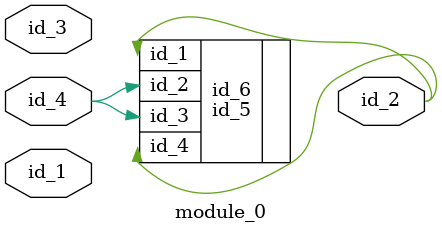
<source format=v>
module module_0 (
    id_1,
    id_2,
    id_3,
    id_4
);
  input id_4;
  input id_3;
  output id_2;
  input id_1;
  id_5 id_6 (
      .id_2(id_4),
      .id_3(id_1),
      .id_4(1),
      .id_3(id_3),
      .id_1(id_2),
      .id_4(id_4),
      .id_3(id_4),
      .id_4(id_2)
  );
endmodule

</source>
